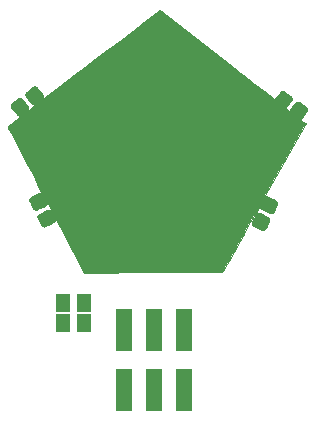
<source format=gbr>
G04 #@! TF.GenerationSoftware,KiCad,Pcbnew,5.1.2*
G04 #@! TF.CreationDate,2019-07-05T14:51:49-05:00*
G04 #@! TF.ProjectId,Goron's_Ruby,476f726f-6e27-4735-9f52-7562792e6b69,rev?*
G04 #@! TF.SameCoordinates,Original*
G04 #@! TF.FileFunction,Soldermask,Bot*
G04 #@! TF.FilePolarity,Negative*
%FSLAX46Y46*%
G04 Gerber Fmt 4.6, Leading zero omitted, Abs format (unit mm)*
G04 Created by KiCad (PCBNEW 5.1.2) date 2019-07-05 14:51:49*
%MOMM*%
%LPD*%
G04 APERTURE LIST*
%ADD10C,0.010000*%
%ADD11C,0.100000*%
%ADD12C,1.275000*%
%ADD13R,1.400000X3.550000*%
%ADD14R,1.200000X0.900000*%
%ADD15R,1.200000X0.800000*%
G04 APERTURE END LIST*
D10*
G36*
X153106821Y-93690174D02*
G01*
X153738910Y-94182967D01*
X154353852Y-94662342D01*
X154948251Y-95125656D01*
X155518713Y-95570263D01*
X156061842Y-95993519D01*
X156574243Y-96392780D01*
X157052523Y-96765402D01*
X157493285Y-97108739D01*
X157893135Y-97420148D01*
X158248678Y-97696985D01*
X158556519Y-97936604D01*
X158813263Y-98136361D01*
X159015514Y-98293613D01*
X159159879Y-98405714D01*
X159242962Y-98470021D01*
X159262156Y-98484690D01*
X159365146Y-98560403D01*
X155879247Y-104799451D01*
X155502557Y-105473448D01*
X155136678Y-106127707D01*
X154783771Y-106758381D01*
X154445999Y-107361621D01*
X154125525Y-107933576D01*
X153824510Y-108470400D01*
X153545116Y-108968243D01*
X153289506Y-109423256D01*
X153059842Y-109831591D01*
X152858286Y-110189398D01*
X152687000Y-110492830D01*
X152548147Y-110738036D01*
X152443889Y-110921169D01*
X152376388Y-111038380D01*
X152347805Y-111085819D01*
X152347257Y-111086493D01*
X152314931Y-111093889D01*
X152230871Y-111100862D01*
X152092504Y-111107445D01*
X151897257Y-111113670D01*
X151642558Y-111119572D01*
X151325834Y-111125184D01*
X150944511Y-111130538D01*
X150496018Y-111135668D01*
X149977781Y-111140606D01*
X149387227Y-111145387D01*
X148721784Y-111150044D01*
X147978879Y-111154609D01*
X147155939Y-111159115D01*
X146438000Y-111162702D01*
X140574833Y-111190917D01*
X137357500Y-105007006D01*
X137005947Y-104331076D01*
X136665128Y-103675348D01*
X136337086Y-103043771D01*
X136023863Y-102440292D01*
X135727499Y-101868860D01*
X135450038Y-101333422D01*
X135193520Y-100837927D01*
X134959987Y-100386323D01*
X134751481Y-99982558D01*
X134570045Y-99630579D01*
X134417719Y-99334336D01*
X134296545Y-99097777D01*
X134208565Y-98924848D01*
X134155822Y-98819499D01*
X134140167Y-98785721D01*
X134167598Y-98760372D01*
X134250329Y-98693453D01*
X134389015Y-98584465D01*
X134584313Y-98432909D01*
X134836877Y-98238287D01*
X135147364Y-98000100D01*
X135516429Y-97717850D01*
X135944728Y-97391038D01*
X136432917Y-97019165D01*
X136981650Y-96601734D01*
X137591585Y-96138245D01*
X138263376Y-95628200D01*
X138997679Y-95071101D01*
X139795151Y-94466448D01*
X140656446Y-93813743D01*
X141582220Y-93112488D01*
X142573129Y-92362184D01*
X143629829Y-91562333D01*
X144752976Y-90712436D01*
X145698488Y-89997123D01*
X147054476Y-88971369D01*
X153106821Y-93690174D01*
X153106821Y-93690174D01*
G37*
X153106821Y-93690174D02*
X153738910Y-94182967D01*
X154353852Y-94662342D01*
X154948251Y-95125656D01*
X155518713Y-95570263D01*
X156061842Y-95993519D01*
X156574243Y-96392780D01*
X157052523Y-96765402D01*
X157493285Y-97108739D01*
X157893135Y-97420148D01*
X158248678Y-97696985D01*
X158556519Y-97936604D01*
X158813263Y-98136361D01*
X159015514Y-98293613D01*
X159159879Y-98405714D01*
X159242962Y-98470021D01*
X159262156Y-98484690D01*
X159365146Y-98560403D01*
X155879247Y-104799451D01*
X155502557Y-105473448D01*
X155136678Y-106127707D01*
X154783771Y-106758381D01*
X154445999Y-107361621D01*
X154125525Y-107933576D01*
X153824510Y-108470400D01*
X153545116Y-108968243D01*
X153289506Y-109423256D01*
X153059842Y-109831591D01*
X152858286Y-110189398D01*
X152687000Y-110492830D01*
X152548147Y-110738036D01*
X152443889Y-110921169D01*
X152376388Y-111038380D01*
X152347805Y-111085819D01*
X152347257Y-111086493D01*
X152314931Y-111093889D01*
X152230871Y-111100862D01*
X152092504Y-111107445D01*
X151897257Y-111113670D01*
X151642558Y-111119572D01*
X151325834Y-111125184D01*
X150944511Y-111130538D01*
X150496018Y-111135668D01*
X149977781Y-111140606D01*
X149387227Y-111145387D01*
X148721784Y-111150044D01*
X147978879Y-111154609D01*
X147155939Y-111159115D01*
X146438000Y-111162702D01*
X140574833Y-111190917D01*
X137357500Y-105007006D01*
X137005947Y-104331076D01*
X136665128Y-103675348D01*
X136337086Y-103043771D01*
X136023863Y-102440292D01*
X135727499Y-101868860D01*
X135450038Y-101333422D01*
X135193520Y-100837927D01*
X134959987Y-100386323D01*
X134751481Y-99982558D01*
X134570045Y-99630579D01*
X134417719Y-99334336D01*
X134296545Y-99097777D01*
X134208565Y-98924848D01*
X134155822Y-98819499D01*
X134140167Y-98785721D01*
X134167598Y-98760372D01*
X134250329Y-98693453D01*
X134389015Y-98584465D01*
X134584313Y-98432909D01*
X134836877Y-98238287D01*
X135147364Y-98000100D01*
X135516429Y-97717850D01*
X135944728Y-97391038D01*
X136432917Y-97019165D01*
X136981650Y-96601734D01*
X137591585Y-96138245D01*
X138263376Y-95628200D01*
X138997679Y-95071101D01*
X139795151Y-94466448D01*
X140656446Y-93813743D01*
X141582220Y-93112488D01*
X142573129Y-92362184D01*
X143629829Y-91562333D01*
X144752976Y-90712436D01*
X145698488Y-89997123D01*
X147054476Y-88971369D01*
X153106821Y-93690174D01*
D11*
G36*
X136978232Y-104433702D02*
G01*
X137008983Y-104439436D01*
X137039023Y-104448156D01*
X137068064Y-104459779D01*
X137095826Y-104474193D01*
X137122042Y-104491258D01*
X137146458Y-104510811D01*
X137168841Y-104532662D01*
X137188974Y-104556603D01*
X137206663Y-104582401D01*
X137221739Y-104609809D01*
X137501200Y-105182790D01*
X137513516Y-105211544D01*
X137522955Y-105241367D01*
X137529425Y-105271971D01*
X137532864Y-105303062D01*
X137533240Y-105334340D01*
X137530547Y-105365505D01*
X137524813Y-105396256D01*
X137516093Y-105426296D01*
X137504470Y-105455337D01*
X137490056Y-105483099D01*
X137472991Y-105509315D01*
X137453438Y-105533731D01*
X137431587Y-105556114D01*
X137407646Y-105576247D01*
X137381848Y-105593936D01*
X137354440Y-105609012D01*
X136714049Y-105921351D01*
X136685295Y-105933667D01*
X136655472Y-105943106D01*
X136624868Y-105949576D01*
X136593777Y-105953015D01*
X136562499Y-105953391D01*
X136531334Y-105950698D01*
X136500583Y-105944964D01*
X136470543Y-105936244D01*
X136441502Y-105924621D01*
X136413740Y-105910207D01*
X136387524Y-105893142D01*
X136363108Y-105873589D01*
X136340725Y-105851738D01*
X136320592Y-105827797D01*
X136302903Y-105801999D01*
X136287827Y-105774591D01*
X136008366Y-105201610D01*
X135996050Y-105172856D01*
X135986611Y-105143033D01*
X135980141Y-105112429D01*
X135976702Y-105081338D01*
X135976326Y-105050060D01*
X135979019Y-105018895D01*
X135984753Y-104988144D01*
X135993473Y-104958104D01*
X136005096Y-104929063D01*
X136019510Y-104901301D01*
X136036575Y-104875085D01*
X136056128Y-104850669D01*
X136077979Y-104828286D01*
X136101920Y-104808153D01*
X136127718Y-104790464D01*
X136155126Y-104775388D01*
X136795517Y-104463049D01*
X136824271Y-104450733D01*
X136854094Y-104441294D01*
X136884698Y-104434824D01*
X136915789Y-104431385D01*
X136947067Y-104431009D01*
X136978232Y-104433702D01*
X136978232Y-104433702D01*
G37*
D12*
X136754783Y-105192200D03*
D11*
G36*
X137668666Y-105849302D02*
G01*
X137699417Y-105855036D01*
X137729457Y-105863756D01*
X137758498Y-105875379D01*
X137786260Y-105889793D01*
X137812476Y-105906858D01*
X137836892Y-105926411D01*
X137859275Y-105948262D01*
X137879408Y-105972203D01*
X137897097Y-105998001D01*
X137912173Y-106025409D01*
X138191634Y-106598390D01*
X138203950Y-106627144D01*
X138213389Y-106656967D01*
X138219859Y-106687571D01*
X138223298Y-106718662D01*
X138223674Y-106749940D01*
X138220981Y-106781105D01*
X138215247Y-106811856D01*
X138206527Y-106841896D01*
X138194904Y-106870937D01*
X138180490Y-106898699D01*
X138163425Y-106924915D01*
X138143872Y-106949331D01*
X138122021Y-106971714D01*
X138098080Y-106991847D01*
X138072282Y-107009536D01*
X138044874Y-107024612D01*
X137404483Y-107336951D01*
X137375729Y-107349267D01*
X137345906Y-107358706D01*
X137315302Y-107365176D01*
X137284211Y-107368615D01*
X137252933Y-107368991D01*
X137221768Y-107366298D01*
X137191017Y-107360564D01*
X137160977Y-107351844D01*
X137131936Y-107340221D01*
X137104174Y-107325807D01*
X137077958Y-107308742D01*
X137053542Y-107289189D01*
X137031159Y-107267338D01*
X137011026Y-107243397D01*
X136993337Y-107217599D01*
X136978261Y-107190191D01*
X136698800Y-106617210D01*
X136686484Y-106588456D01*
X136677045Y-106558633D01*
X136670575Y-106528029D01*
X136667136Y-106496938D01*
X136666760Y-106465660D01*
X136669453Y-106434495D01*
X136675187Y-106403744D01*
X136683907Y-106373704D01*
X136695530Y-106344663D01*
X136709944Y-106316901D01*
X136727009Y-106290685D01*
X136746562Y-106266269D01*
X136768413Y-106243886D01*
X136792354Y-106223753D01*
X136818152Y-106206064D01*
X136845560Y-106190988D01*
X137485951Y-105878649D01*
X137514705Y-105866333D01*
X137544528Y-105856894D01*
X137575132Y-105850424D01*
X137606223Y-105846985D01*
X137637501Y-105846609D01*
X137668666Y-105849302D01*
X137668666Y-105849302D01*
G37*
D12*
X137445217Y-106607800D03*
D11*
G36*
X135253397Y-96385293D02*
G01*
X135284220Y-96390624D01*
X135314372Y-96398950D01*
X135343563Y-96410192D01*
X135371511Y-96424241D01*
X135397948Y-96440962D01*
X135422618Y-96460193D01*
X135445285Y-96481750D01*
X135465729Y-96505425D01*
X135904388Y-97066883D01*
X135922414Y-97092448D01*
X135937847Y-97119656D01*
X135950539Y-97148246D01*
X135960367Y-97177943D01*
X135967237Y-97208460D01*
X135971083Y-97239503D01*
X135971868Y-97270774D01*
X135969584Y-97301971D01*
X135964253Y-97332794D01*
X135955927Y-97362946D01*
X135944685Y-97392137D01*
X135930636Y-97420085D01*
X135913915Y-97446522D01*
X135894684Y-97471192D01*
X135873127Y-97493859D01*
X135849452Y-97514304D01*
X135347095Y-97906788D01*
X135321530Y-97924813D01*
X135294322Y-97940246D01*
X135265732Y-97952938D01*
X135236035Y-97962766D01*
X135205518Y-97969637D01*
X135174475Y-97973483D01*
X135143204Y-97974267D01*
X135112007Y-97971983D01*
X135081184Y-97966652D01*
X135051032Y-97958326D01*
X135021841Y-97947084D01*
X134993893Y-97933035D01*
X134967456Y-97916314D01*
X134942786Y-97897083D01*
X134920119Y-97875526D01*
X134899675Y-97851851D01*
X134461016Y-97290393D01*
X134442990Y-97264828D01*
X134427557Y-97237620D01*
X134414865Y-97209030D01*
X134405037Y-97179333D01*
X134398167Y-97148816D01*
X134394321Y-97117773D01*
X134393536Y-97086502D01*
X134395820Y-97055305D01*
X134401151Y-97024482D01*
X134409477Y-96994330D01*
X134420719Y-96965139D01*
X134434768Y-96937191D01*
X134451489Y-96910754D01*
X134470720Y-96886084D01*
X134492277Y-96863417D01*
X134515952Y-96842972D01*
X135018309Y-96450488D01*
X135043874Y-96432463D01*
X135071082Y-96417030D01*
X135099672Y-96404338D01*
X135129369Y-96394510D01*
X135159886Y-96387639D01*
X135190929Y-96383793D01*
X135222200Y-96383009D01*
X135253397Y-96385293D01*
X135253397Y-96385293D01*
G37*
D12*
X135182702Y-97178638D03*
D11*
G36*
X136494513Y-95415627D02*
G01*
X136525336Y-95420958D01*
X136555488Y-95429284D01*
X136584679Y-95440526D01*
X136612627Y-95454575D01*
X136639064Y-95471296D01*
X136663734Y-95490527D01*
X136686401Y-95512084D01*
X136706845Y-95535759D01*
X137145504Y-96097217D01*
X137163530Y-96122782D01*
X137178963Y-96149990D01*
X137191655Y-96178580D01*
X137201483Y-96208277D01*
X137208353Y-96238794D01*
X137212199Y-96269837D01*
X137212984Y-96301108D01*
X137210700Y-96332305D01*
X137205369Y-96363128D01*
X137197043Y-96393280D01*
X137185801Y-96422471D01*
X137171752Y-96450419D01*
X137155031Y-96476856D01*
X137135800Y-96501526D01*
X137114243Y-96524193D01*
X137090568Y-96544638D01*
X136588211Y-96937122D01*
X136562646Y-96955147D01*
X136535438Y-96970580D01*
X136506848Y-96983272D01*
X136477151Y-96993100D01*
X136446634Y-96999971D01*
X136415591Y-97003817D01*
X136384320Y-97004601D01*
X136353123Y-97002317D01*
X136322300Y-96996986D01*
X136292148Y-96988660D01*
X136262957Y-96977418D01*
X136235009Y-96963369D01*
X136208572Y-96946648D01*
X136183902Y-96927417D01*
X136161235Y-96905860D01*
X136140791Y-96882185D01*
X135702132Y-96320727D01*
X135684106Y-96295162D01*
X135668673Y-96267954D01*
X135655981Y-96239364D01*
X135646153Y-96209667D01*
X135639283Y-96179150D01*
X135635437Y-96148107D01*
X135634652Y-96116836D01*
X135636936Y-96085639D01*
X135642267Y-96054816D01*
X135650593Y-96024664D01*
X135661835Y-95995473D01*
X135675884Y-95967525D01*
X135692605Y-95941088D01*
X135711836Y-95916418D01*
X135733393Y-95893751D01*
X135757068Y-95873306D01*
X136259425Y-95480822D01*
X136284990Y-95462797D01*
X136312198Y-95447364D01*
X136340788Y-95434672D01*
X136370485Y-95424844D01*
X136401002Y-95417973D01*
X136432045Y-95414127D01*
X136463316Y-95413343D01*
X136494513Y-95415627D01*
X136494513Y-95415627D01*
G37*
D12*
X136423818Y-96208972D03*
D11*
G36*
X156129428Y-104723585D02*
G01*
X156160519Y-104727024D01*
X156191123Y-104733494D01*
X156220946Y-104742933D01*
X156249700Y-104755249D01*
X156890091Y-105067588D01*
X156917499Y-105082664D01*
X156943297Y-105100353D01*
X156967238Y-105120486D01*
X156989089Y-105142869D01*
X157008642Y-105167285D01*
X157025707Y-105193501D01*
X157040121Y-105221263D01*
X157051744Y-105250304D01*
X157060464Y-105280344D01*
X157066198Y-105311095D01*
X157068891Y-105342260D01*
X157068515Y-105373538D01*
X157065076Y-105404629D01*
X157058606Y-105435233D01*
X157049167Y-105465056D01*
X157036851Y-105493810D01*
X156757390Y-106066791D01*
X156742314Y-106094199D01*
X156724625Y-106119997D01*
X156704492Y-106143938D01*
X156682109Y-106165789D01*
X156657693Y-106185342D01*
X156631477Y-106202407D01*
X156603715Y-106216821D01*
X156574674Y-106228444D01*
X156544634Y-106237164D01*
X156513883Y-106242898D01*
X156482718Y-106245591D01*
X156451440Y-106245215D01*
X156420349Y-106241776D01*
X156389745Y-106235306D01*
X156359922Y-106225867D01*
X156331168Y-106213551D01*
X155690777Y-105901212D01*
X155663369Y-105886136D01*
X155637571Y-105868447D01*
X155613630Y-105848314D01*
X155591779Y-105825931D01*
X155572226Y-105801515D01*
X155555161Y-105775299D01*
X155540747Y-105747537D01*
X155529124Y-105718496D01*
X155520404Y-105688456D01*
X155514670Y-105657705D01*
X155511977Y-105626540D01*
X155512353Y-105595262D01*
X155515792Y-105564171D01*
X155522262Y-105533567D01*
X155531701Y-105503744D01*
X155544017Y-105474990D01*
X155823478Y-104902009D01*
X155838554Y-104874601D01*
X155856243Y-104848803D01*
X155876376Y-104824862D01*
X155898759Y-104803011D01*
X155923175Y-104783458D01*
X155949391Y-104766393D01*
X155977153Y-104751979D01*
X156006194Y-104740356D01*
X156036234Y-104731636D01*
X156066985Y-104725902D01*
X156098150Y-104723209D01*
X156129428Y-104723585D01*
X156129428Y-104723585D01*
G37*
D12*
X156290434Y-105484400D03*
D11*
G36*
X155438994Y-106139185D02*
G01*
X155470085Y-106142624D01*
X155500689Y-106149094D01*
X155530512Y-106158533D01*
X155559266Y-106170849D01*
X156199657Y-106483188D01*
X156227065Y-106498264D01*
X156252863Y-106515953D01*
X156276804Y-106536086D01*
X156298655Y-106558469D01*
X156318208Y-106582885D01*
X156335273Y-106609101D01*
X156349687Y-106636863D01*
X156361310Y-106665904D01*
X156370030Y-106695944D01*
X156375764Y-106726695D01*
X156378457Y-106757860D01*
X156378081Y-106789138D01*
X156374642Y-106820229D01*
X156368172Y-106850833D01*
X156358733Y-106880656D01*
X156346417Y-106909410D01*
X156066956Y-107482391D01*
X156051880Y-107509799D01*
X156034191Y-107535597D01*
X156014058Y-107559538D01*
X155991675Y-107581389D01*
X155967259Y-107600942D01*
X155941043Y-107618007D01*
X155913281Y-107632421D01*
X155884240Y-107644044D01*
X155854200Y-107652764D01*
X155823449Y-107658498D01*
X155792284Y-107661191D01*
X155761006Y-107660815D01*
X155729915Y-107657376D01*
X155699311Y-107650906D01*
X155669488Y-107641467D01*
X155640734Y-107629151D01*
X155000343Y-107316812D01*
X154972935Y-107301736D01*
X154947137Y-107284047D01*
X154923196Y-107263914D01*
X154901345Y-107241531D01*
X154881792Y-107217115D01*
X154864727Y-107190899D01*
X154850313Y-107163137D01*
X154838690Y-107134096D01*
X154829970Y-107104056D01*
X154824236Y-107073305D01*
X154821543Y-107042140D01*
X154821919Y-107010862D01*
X154825358Y-106979771D01*
X154831828Y-106949167D01*
X154841267Y-106919344D01*
X154853583Y-106890590D01*
X155133044Y-106317609D01*
X155148120Y-106290201D01*
X155165809Y-106264403D01*
X155185942Y-106240462D01*
X155208325Y-106218611D01*
X155232741Y-106199058D01*
X155258957Y-106181993D01*
X155286719Y-106167579D01*
X155315760Y-106155956D01*
X155345800Y-106147236D01*
X155376551Y-106141502D01*
X155407716Y-106138809D01*
X155438994Y-106139185D01*
X155438994Y-106139185D01*
G37*
D12*
X155600000Y-106900000D03*
D11*
G36*
X158781388Y-96708892D02*
G01*
X158812222Y-96714156D01*
X158842392Y-96722416D01*
X158871608Y-96733595D01*
X158899587Y-96747582D01*
X158926060Y-96764245D01*
X159448269Y-97129900D01*
X159472981Y-97149078D01*
X159495695Y-97170585D01*
X159516191Y-97194215D01*
X159534272Y-97219741D01*
X159549764Y-97246916D01*
X159562519Y-97275478D01*
X159572412Y-97305153D01*
X159579348Y-97335655D01*
X159583262Y-97366690D01*
X159584115Y-97397959D01*
X159581899Y-97429161D01*
X159576635Y-97459995D01*
X159568375Y-97490165D01*
X159557196Y-97519381D01*
X159543209Y-97547360D01*
X159526546Y-97573833D01*
X159117873Y-98157478D01*
X159098695Y-98182190D01*
X159077188Y-98204904D01*
X159053558Y-98225400D01*
X159028032Y-98243481D01*
X159000857Y-98258973D01*
X158972295Y-98271728D01*
X158942620Y-98281621D01*
X158912118Y-98288557D01*
X158881083Y-98292471D01*
X158849814Y-98293324D01*
X158818612Y-98291108D01*
X158787778Y-98285844D01*
X158757608Y-98277584D01*
X158728392Y-98266405D01*
X158700413Y-98252418D01*
X158673940Y-98235755D01*
X158151731Y-97870100D01*
X158127019Y-97850922D01*
X158104305Y-97829415D01*
X158083809Y-97805785D01*
X158065728Y-97780259D01*
X158050236Y-97753084D01*
X158037481Y-97724522D01*
X158027588Y-97694847D01*
X158020652Y-97664345D01*
X158016738Y-97633310D01*
X158015885Y-97602041D01*
X158018101Y-97570839D01*
X158023365Y-97540005D01*
X158031625Y-97509835D01*
X158042804Y-97480619D01*
X158056791Y-97452640D01*
X158073454Y-97426167D01*
X158482127Y-96842522D01*
X158501305Y-96817810D01*
X158522812Y-96795096D01*
X158546442Y-96774600D01*
X158571968Y-96756519D01*
X158599143Y-96741027D01*
X158627705Y-96728272D01*
X158657380Y-96718379D01*
X158687882Y-96711443D01*
X158718917Y-96707529D01*
X158750186Y-96706676D01*
X158781388Y-96708892D01*
X158781388Y-96708892D01*
G37*
D12*
X158800000Y-97500000D03*
D11*
G36*
X157491224Y-95805510D02*
G01*
X157522058Y-95810774D01*
X157552228Y-95819034D01*
X157581444Y-95830213D01*
X157609423Y-95844200D01*
X157635896Y-95860863D01*
X158158105Y-96226518D01*
X158182817Y-96245696D01*
X158205531Y-96267203D01*
X158226027Y-96290833D01*
X158244108Y-96316359D01*
X158259600Y-96343534D01*
X158272355Y-96372096D01*
X158282248Y-96401771D01*
X158289184Y-96432273D01*
X158293098Y-96463308D01*
X158293951Y-96494577D01*
X158291735Y-96525779D01*
X158286471Y-96556613D01*
X158278211Y-96586783D01*
X158267032Y-96615999D01*
X158253045Y-96643978D01*
X158236382Y-96670451D01*
X157827709Y-97254096D01*
X157808531Y-97278808D01*
X157787024Y-97301522D01*
X157763394Y-97322018D01*
X157737868Y-97340099D01*
X157710693Y-97355591D01*
X157682131Y-97368346D01*
X157652456Y-97378239D01*
X157621954Y-97385175D01*
X157590919Y-97389089D01*
X157559650Y-97389942D01*
X157528448Y-97387726D01*
X157497614Y-97382462D01*
X157467444Y-97374202D01*
X157438228Y-97363023D01*
X157410249Y-97349036D01*
X157383776Y-97332373D01*
X156861567Y-96966718D01*
X156836855Y-96947540D01*
X156814141Y-96926033D01*
X156793645Y-96902403D01*
X156775564Y-96876877D01*
X156760072Y-96849702D01*
X156747317Y-96821140D01*
X156737424Y-96791465D01*
X156730488Y-96760963D01*
X156726574Y-96729928D01*
X156725721Y-96698659D01*
X156727937Y-96667457D01*
X156733201Y-96636623D01*
X156741461Y-96606453D01*
X156752640Y-96577237D01*
X156766627Y-96549258D01*
X156783290Y-96522785D01*
X157191963Y-95939140D01*
X157211141Y-95914428D01*
X157232648Y-95891714D01*
X157256278Y-95871218D01*
X157281804Y-95853137D01*
X157308979Y-95837645D01*
X157337541Y-95824890D01*
X157367216Y-95814997D01*
X157397718Y-95808061D01*
X157428753Y-95804147D01*
X157460022Y-95803294D01*
X157491224Y-95805510D01*
X157491224Y-95805510D01*
G37*
D12*
X157509836Y-96596618D03*
D13*
X143960000Y-116075000D03*
X143960000Y-121125000D03*
X146500000Y-116075000D03*
X146500000Y-121125000D03*
X149040000Y-116075000D03*
X149040000Y-121125000D03*
D14*
X140600000Y-113400000D03*
D15*
X140600000Y-115000000D03*
X140600000Y-114200000D03*
D14*
X140600000Y-115800000D03*
D15*
X138800000Y-114200000D03*
D14*
X138800000Y-113400000D03*
D15*
X138800000Y-115000000D03*
D14*
X138800000Y-115800000D03*
M02*

</source>
